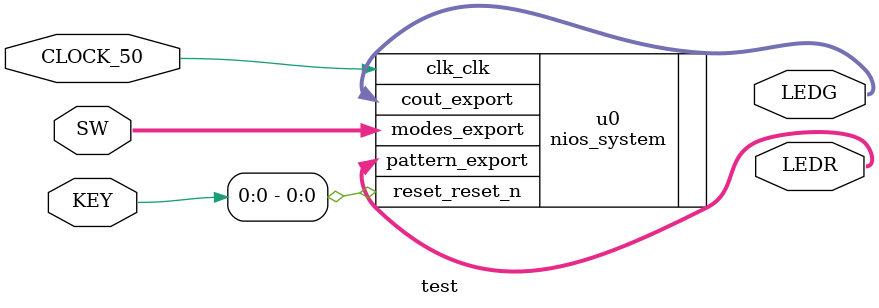
<source format=v>
module test (
	// inputs of the top-level-design
	input CLOCK_50, // clock
	input [1:0] KEY, // reset
	input [1:0] SW,
	output [17:0] LEDR,
	output [7:0] LEDG);
nios_system u0 (
	.clk_clk (CLOCK_50), // clk.clk
	.reset_reset_n (KEY[0]), // reset.reset_n
	.cout_export (LEDG), // counter.export
	.modes_export (SW[1:0]), // modes.export
	.pattern_export (LEDR) // pattern.export
);
endmodule
</source>
